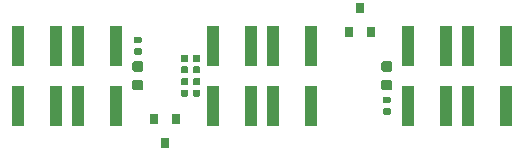
<source format=gbr>
G04 #@! TF.GenerationSoftware,KiCad,Pcbnew,(5.1.4)-1*
G04 #@! TF.CreationDate,2020-06-09T22:18:04-07:00*
G04 #@! TF.ProjectId,SkateLightBackLEDBoard,536b6174-654c-4696-9768-744261636b4c,rev?*
G04 #@! TF.SameCoordinates,Original*
G04 #@! TF.FileFunction,Paste,Top*
G04 #@! TF.FilePolarity,Positive*
%FSLAX46Y46*%
G04 Gerber Fmt 4.6, Leading zero omitted, Abs format (unit mm)*
G04 Created by KiCad (PCBNEW (5.1.4)-1) date 2020-06-09 22:18:04*
%MOMM*%
%LPD*%
G04 APERTURE LIST*
%ADD10C,0.100000*%
%ADD11C,0.590000*%
%ADD12C,0.875000*%
%ADD13R,0.800000X0.900000*%
%ADD14R,1.000000X3.450000*%
G04 APERTURE END LIST*
D10*
G36*
X10727958Y-2730710D02*
G01*
X10742276Y-2732834D01*
X10756317Y-2736351D01*
X10769946Y-2741228D01*
X10783031Y-2747417D01*
X10795447Y-2754858D01*
X10807073Y-2763481D01*
X10817798Y-2773202D01*
X10827519Y-2783927D01*
X10836142Y-2795553D01*
X10843583Y-2807969D01*
X10849772Y-2821054D01*
X10854649Y-2834683D01*
X10858166Y-2848724D01*
X10860290Y-2863042D01*
X10861000Y-2877500D01*
X10861000Y-3172500D01*
X10860290Y-3186958D01*
X10858166Y-3201276D01*
X10854649Y-3215317D01*
X10849772Y-3228946D01*
X10843583Y-3242031D01*
X10836142Y-3254447D01*
X10827519Y-3266073D01*
X10817798Y-3276798D01*
X10807073Y-3286519D01*
X10795447Y-3295142D01*
X10783031Y-3302583D01*
X10769946Y-3308772D01*
X10756317Y-3313649D01*
X10742276Y-3317166D01*
X10727958Y-3319290D01*
X10713500Y-3320000D01*
X10368500Y-3320000D01*
X10354042Y-3319290D01*
X10339724Y-3317166D01*
X10325683Y-3313649D01*
X10312054Y-3308772D01*
X10298969Y-3302583D01*
X10286553Y-3295142D01*
X10274927Y-3286519D01*
X10264202Y-3276798D01*
X10254481Y-3266073D01*
X10245858Y-3254447D01*
X10238417Y-3242031D01*
X10232228Y-3228946D01*
X10227351Y-3215317D01*
X10223834Y-3201276D01*
X10221710Y-3186958D01*
X10221000Y-3172500D01*
X10221000Y-2877500D01*
X10221710Y-2863042D01*
X10223834Y-2848724D01*
X10227351Y-2834683D01*
X10232228Y-2821054D01*
X10238417Y-2807969D01*
X10245858Y-2795553D01*
X10254481Y-2783927D01*
X10264202Y-2773202D01*
X10274927Y-2763481D01*
X10286553Y-2754858D01*
X10298969Y-2747417D01*
X10312054Y-2741228D01*
X10325683Y-2736351D01*
X10339724Y-2732834D01*
X10354042Y-2730710D01*
X10368500Y-2730000D01*
X10713500Y-2730000D01*
X10727958Y-2730710D01*
X10727958Y-2730710D01*
G37*
D11*
X10541000Y-3025000D03*
D10*
G36*
X10727958Y-1760710D02*
G01*
X10742276Y-1762834D01*
X10756317Y-1766351D01*
X10769946Y-1771228D01*
X10783031Y-1777417D01*
X10795447Y-1784858D01*
X10807073Y-1793481D01*
X10817798Y-1803202D01*
X10827519Y-1813927D01*
X10836142Y-1825553D01*
X10843583Y-1837969D01*
X10849772Y-1851054D01*
X10854649Y-1864683D01*
X10858166Y-1878724D01*
X10860290Y-1893042D01*
X10861000Y-1907500D01*
X10861000Y-2202500D01*
X10860290Y-2216958D01*
X10858166Y-2231276D01*
X10854649Y-2245317D01*
X10849772Y-2258946D01*
X10843583Y-2272031D01*
X10836142Y-2284447D01*
X10827519Y-2296073D01*
X10817798Y-2306798D01*
X10807073Y-2316519D01*
X10795447Y-2325142D01*
X10783031Y-2332583D01*
X10769946Y-2338772D01*
X10756317Y-2343649D01*
X10742276Y-2347166D01*
X10727958Y-2349290D01*
X10713500Y-2350000D01*
X10368500Y-2350000D01*
X10354042Y-2349290D01*
X10339724Y-2347166D01*
X10325683Y-2343649D01*
X10312054Y-2338772D01*
X10298969Y-2332583D01*
X10286553Y-2325142D01*
X10274927Y-2316519D01*
X10264202Y-2306798D01*
X10254481Y-2296073D01*
X10245858Y-2284447D01*
X10238417Y-2272031D01*
X10232228Y-2258946D01*
X10227351Y-2245317D01*
X10223834Y-2231276D01*
X10221710Y-2216958D01*
X10221000Y-2202500D01*
X10221000Y-1907500D01*
X10221710Y-1893042D01*
X10223834Y-1878724D01*
X10227351Y-1864683D01*
X10232228Y-1851054D01*
X10238417Y-1837969D01*
X10245858Y-1825553D01*
X10254481Y-1813927D01*
X10264202Y-1803202D01*
X10274927Y-1793481D01*
X10286553Y-1784858D01*
X10298969Y-1777417D01*
X10312054Y-1771228D01*
X10325683Y-1766351D01*
X10339724Y-1762834D01*
X10354042Y-1760710D01*
X10368500Y-1760000D01*
X10713500Y-1760000D01*
X10727958Y-1760710D01*
X10727958Y-1760710D01*
G37*
D11*
X10541000Y-2055000D03*
D10*
G36*
X10818691Y-351053D02*
G01*
X10839926Y-354203D01*
X10860750Y-359419D01*
X10880962Y-366651D01*
X10900368Y-375830D01*
X10918781Y-386866D01*
X10936024Y-399654D01*
X10951930Y-414070D01*
X10966346Y-429976D01*
X10979134Y-447219D01*
X10990170Y-465632D01*
X10999349Y-485038D01*
X11006581Y-505250D01*
X11011797Y-526074D01*
X11014947Y-547309D01*
X11016000Y-568750D01*
X11016000Y-1006250D01*
X11014947Y-1027691D01*
X11011797Y-1048926D01*
X11006581Y-1069750D01*
X10999349Y-1089962D01*
X10990170Y-1109368D01*
X10979134Y-1127781D01*
X10966346Y-1145024D01*
X10951930Y-1160930D01*
X10936024Y-1175346D01*
X10918781Y-1188134D01*
X10900368Y-1199170D01*
X10880962Y-1208349D01*
X10860750Y-1215581D01*
X10839926Y-1220797D01*
X10818691Y-1223947D01*
X10797250Y-1225000D01*
X10284750Y-1225000D01*
X10263309Y-1223947D01*
X10242074Y-1220797D01*
X10221250Y-1215581D01*
X10201038Y-1208349D01*
X10181632Y-1199170D01*
X10163219Y-1188134D01*
X10145976Y-1175346D01*
X10130070Y-1160930D01*
X10115654Y-1145024D01*
X10102866Y-1127781D01*
X10091830Y-1109368D01*
X10082651Y-1089962D01*
X10075419Y-1069750D01*
X10070203Y-1048926D01*
X10067053Y-1027691D01*
X10066000Y-1006250D01*
X10066000Y-568750D01*
X10067053Y-547309D01*
X10070203Y-526074D01*
X10075419Y-505250D01*
X10082651Y-485038D01*
X10091830Y-465632D01*
X10102866Y-447219D01*
X10115654Y-429976D01*
X10130070Y-414070D01*
X10145976Y-399654D01*
X10163219Y-386866D01*
X10181632Y-375830D01*
X10201038Y-366651D01*
X10221250Y-359419D01*
X10242074Y-354203D01*
X10263309Y-351053D01*
X10284750Y-350000D01*
X10797250Y-350000D01*
X10818691Y-351053D01*
X10818691Y-351053D01*
G37*
D12*
X10541000Y-787500D03*
D10*
G36*
X10818691Y1223947D02*
G01*
X10839926Y1220797D01*
X10860750Y1215581D01*
X10880962Y1208349D01*
X10900368Y1199170D01*
X10918781Y1188134D01*
X10936024Y1175346D01*
X10951930Y1160930D01*
X10966346Y1145024D01*
X10979134Y1127781D01*
X10990170Y1109368D01*
X10999349Y1089962D01*
X11006581Y1069750D01*
X11011797Y1048926D01*
X11014947Y1027691D01*
X11016000Y1006250D01*
X11016000Y568750D01*
X11014947Y547309D01*
X11011797Y526074D01*
X11006581Y505250D01*
X10999349Y485038D01*
X10990170Y465632D01*
X10979134Y447219D01*
X10966346Y429976D01*
X10951930Y414070D01*
X10936024Y399654D01*
X10918781Y386866D01*
X10900368Y375830D01*
X10880962Y366651D01*
X10860750Y359419D01*
X10839926Y354203D01*
X10818691Y351053D01*
X10797250Y350000D01*
X10284750Y350000D01*
X10263309Y351053D01*
X10242074Y354203D01*
X10221250Y359419D01*
X10201038Y366651D01*
X10181632Y375830D01*
X10163219Y386866D01*
X10145976Y399654D01*
X10130070Y414070D01*
X10115654Y429976D01*
X10102866Y447219D01*
X10091830Y465632D01*
X10082651Y485038D01*
X10075419Y505250D01*
X10070203Y526074D01*
X10067053Y547309D01*
X10066000Y568750D01*
X10066000Y1006250D01*
X10067053Y1027691D01*
X10070203Y1048926D01*
X10075419Y1069750D01*
X10082651Y1089962D01*
X10091830Y1109368D01*
X10102866Y1127781D01*
X10115654Y1145024D01*
X10130070Y1160930D01*
X10145976Y1175346D01*
X10163219Y1188134D01*
X10181632Y1199170D01*
X10201038Y1208349D01*
X10221250Y1215581D01*
X10242074Y1220797D01*
X10263309Y1223947D01*
X10284750Y1225000D01*
X10797250Y1225000D01*
X10818691Y1223947D01*
X10818691Y1223947D01*
G37*
D12*
X10541000Y787500D03*
D13*
X8255000Y5699000D03*
X9205000Y3699000D03*
X7305000Y3699000D03*
X-8255000Y-5699000D03*
X-9205000Y-3699000D03*
X-7305000Y-3699000D03*
D10*
G36*
X-5373702Y792850D02*
G01*
X-5359384Y790726D01*
X-5345343Y787209D01*
X-5331714Y782332D01*
X-5318629Y776143D01*
X-5306213Y768702D01*
X-5294587Y760079D01*
X-5283862Y750358D01*
X-5274141Y739633D01*
X-5265518Y728007D01*
X-5258077Y715591D01*
X-5251888Y702506D01*
X-5247011Y688877D01*
X-5243494Y674836D01*
X-5241370Y660518D01*
X-5240660Y646060D01*
X-5240660Y351060D01*
X-5241370Y336602D01*
X-5243494Y322284D01*
X-5247011Y308243D01*
X-5251888Y294614D01*
X-5258077Y281529D01*
X-5265518Y269113D01*
X-5274141Y257487D01*
X-5283862Y246762D01*
X-5294587Y237041D01*
X-5306213Y228418D01*
X-5318629Y220977D01*
X-5331714Y214788D01*
X-5345343Y209911D01*
X-5359384Y206394D01*
X-5373702Y204270D01*
X-5388160Y203560D01*
X-5733160Y203560D01*
X-5747618Y204270D01*
X-5761936Y206394D01*
X-5775977Y209911D01*
X-5789606Y214788D01*
X-5802691Y220977D01*
X-5815107Y228418D01*
X-5826733Y237041D01*
X-5837458Y246762D01*
X-5847179Y257487D01*
X-5855802Y269113D01*
X-5863243Y281529D01*
X-5869432Y294614D01*
X-5874309Y308243D01*
X-5877826Y322284D01*
X-5879950Y336602D01*
X-5880660Y351060D01*
X-5880660Y646060D01*
X-5879950Y660518D01*
X-5877826Y674836D01*
X-5874309Y688877D01*
X-5869432Y702506D01*
X-5863243Y715591D01*
X-5855802Y728007D01*
X-5847179Y739633D01*
X-5837458Y750358D01*
X-5826733Y760079D01*
X-5815107Y768702D01*
X-5802691Y776143D01*
X-5789606Y782332D01*
X-5775977Y787209D01*
X-5761936Y790726D01*
X-5747618Y792850D01*
X-5733160Y793560D01*
X-5388160Y793560D01*
X-5373702Y792850D01*
X-5373702Y792850D01*
G37*
D11*
X-5560660Y498560D03*
D10*
G36*
X-5373702Y1762850D02*
G01*
X-5359384Y1760726D01*
X-5345343Y1757209D01*
X-5331714Y1752332D01*
X-5318629Y1746143D01*
X-5306213Y1738702D01*
X-5294587Y1730079D01*
X-5283862Y1720358D01*
X-5274141Y1709633D01*
X-5265518Y1698007D01*
X-5258077Y1685591D01*
X-5251888Y1672506D01*
X-5247011Y1658877D01*
X-5243494Y1644836D01*
X-5241370Y1630518D01*
X-5240660Y1616060D01*
X-5240660Y1321060D01*
X-5241370Y1306602D01*
X-5243494Y1292284D01*
X-5247011Y1278243D01*
X-5251888Y1264614D01*
X-5258077Y1251529D01*
X-5265518Y1239113D01*
X-5274141Y1227487D01*
X-5283862Y1216762D01*
X-5294587Y1207041D01*
X-5306213Y1198418D01*
X-5318629Y1190977D01*
X-5331714Y1184788D01*
X-5345343Y1179911D01*
X-5359384Y1176394D01*
X-5373702Y1174270D01*
X-5388160Y1173560D01*
X-5733160Y1173560D01*
X-5747618Y1174270D01*
X-5761936Y1176394D01*
X-5775977Y1179911D01*
X-5789606Y1184788D01*
X-5802691Y1190977D01*
X-5815107Y1198418D01*
X-5826733Y1207041D01*
X-5837458Y1216762D01*
X-5847179Y1227487D01*
X-5855802Y1239113D01*
X-5863243Y1251529D01*
X-5869432Y1264614D01*
X-5874309Y1278243D01*
X-5877826Y1292284D01*
X-5879950Y1306602D01*
X-5880660Y1321060D01*
X-5880660Y1616060D01*
X-5879950Y1630518D01*
X-5877826Y1644836D01*
X-5874309Y1658877D01*
X-5869432Y1672506D01*
X-5863243Y1685591D01*
X-5855802Y1698007D01*
X-5847179Y1709633D01*
X-5837458Y1720358D01*
X-5826733Y1730079D01*
X-5815107Y1738702D01*
X-5802691Y1746143D01*
X-5789606Y1752332D01*
X-5775977Y1757209D01*
X-5761936Y1760726D01*
X-5747618Y1762850D01*
X-5733160Y1763560D01*
X-5388160Y1763560D01*
X-5373702Y1762850D01*
X-5373702Y1762850D01*
G37*
D11*
X-5560660Y1468560D03*
D10*
G36*
X-6389702Y1762850D02*
G01*
X-6375384Y1760726D01*
X-6361343Y1757209D01*
X-6347714Y1752332D01*
X-6334629Y1746143D01*
X-6322213Y1738702D01*
X-6310587Y1730079D01*
X-6299862Y1720358D01*
X-6290141Y1709633D01*
X-6281518Y1698007D01*
X-6274077Y1685591D01*
X-6267888Y1672506D01*
X-6263011Y1658877D01*
X-6259494Y1644836D01*
X-6257370Y1630518D01*
X-6256660Y1616060D01*
X-6256660Y1321060D01*
X-6257370Y1306602D01*
X-6259494Y1292284D01*
X-6263011Y1278243D01*
X-6267888Y1264614D01*
X-6274077Y1251529D01*
X-6281518Y1239113D01*
X-6290141Y1227487D01*
X-6299862Y1216762D01*
X-6310587Y1207041D01*
X-6322213Y1198418D01*
X-6334629Y1190977D01*
X-6347714Y1184788D01*
X-6361343Y1179911D01*
X-6375384Y1176394D01*
X-6389702Y1174270D01*
X-6404160Y1173560D01*
X-6749160Y1173560D01*
X-6763618Y1174270D01*
X-6777936Y1176394D01*
X-6791977Y1179911D01*
X-6805606Y1184788D01*
X-6818691Y1190977D01*
X-6831107Y1198418D01*
X-6842733Y1207041D01*
X-6853458Y1216762D01*
X-6863179Y1227487D01*
X-6871802Y1239113D01*
X-6879243Y1251529D01*
X-6885432Y1264614D01*
X-6890309Y1278243D01*
X-6893826Y1292284D01*
X-6895950Y1306602D01*
X-6896660Y1321060D01*
X-6896660Y1616060D01*
X-6895950Y1630518D01*
X-6893826Y1644836D01*
X-6890309Y1658877D01*
X-6885432Y1672506D01*
X-6879243Y1685591D01*
X-6871802Y1698007D01*
X-6863179Y1709633D01*
X-6853458Y1720358D01*
X-6842733Y1730079D01*
X-6831107Y1738702D01*
X-6818691Y1746143D01*
X-6805606Y1752332D01*
X-6791977Y1757209D01*
X-6777936Y1760726D01*
X-6763618Y1762850D01*
X-6749160Y1763560D01*
X-6404160Y1763560D01*
X-6389702Y1762850D01*
X-6389702Y1762850D01*
G37*
D11*
X-6576660Y1468560D03*
D10*
G36*
X-6389702Y792850D02*
G01*
X-6375384Y790726D01*
X-6361343Y787209D01*
X-6347714Y782332D01*
X-6334629Y776143D01*
X-6322213Y768702D01*
X-6310587Y760079D01*
X-6299862Y750358D01*
X-6290141Y739633D01*
X-6281518Y728007D01*
X-6274077Y715591D01*
X-6267888Y702506D01*
X-6263011Y688877D01*
X-6259494Y674836D01*
X-6257370Y660518D01*
X-6256660Y646060D01*
X-6256660Y351060D01*
X-6257370Y336602D01*
X-6259494Y322284D01*
X-6263011Y308243D01*
X-6267888Y294614D01*
X-6274077Y281529D01*
X-6281518Y269113D01*
X-6290141Y257487D01*
X-6299862Y246762D01*
X-6310587Y237041D01*
X-6322213Y228418D01*
X-6334629Y220977D01*
X-6347714Y214788D01*
X-6361343Y209911D01*
X-6375384Y206394D01*
X-6389702Y204270D01*
X-6404160Y203560D01*
X-6749160Y203560D01*
X-6763618Y204270D01*
X-6777936Y206394D01*
X-6791977Y209911D01*
X-6805606Y214788D01*
X-6818691Y220977D01*
X-6831107Y228418D01*
X-6842733Y237041D01*
X-6853458Y246762D01*
X-6863179Y257487D01*
X-6871802Y269113D01*
X-6879243Y281529D01*
X-6885432Y294614D01*
X-6890309Y308243D01*
X-6893826Y322284D01*
X-6895950Y336602D01*
X-6896660Y351060D01*
X-6896660Y646060D01*
X-6895950Y660518D01*
X-6893826Y674836D01*
X-6890309Y688877D01*
X-6885432Y702506D01*
X-6879243Y715591D01*
X-6871802Y728007D01*
X-6863179Y739633D01*
X-6853458Y750358D01*
X-6842733Y760079D01*
X-6831107Y768702D01*
X-6818691Y776143D01*
X-6805606Y782332D01*
X-6791977Y787209D01*
X-6777936Y790726D01*
X-6763618Y792850D01*
X-6749160Y793560D01*
X-6404160Y793560D01*
X-6389702Y792850D01*
X-6389702Y792850D01*
G37*
D11*
X-6576660Y498560D03*
D10*
G36*
X-10263309Y-351053D02*
G01*
X-10242074Y-354203D01*
X-10221250Y-359419D01*
X-10201038Y-366651D01*
X-10181632Y-375830D01*
X-10163219Y-386866D01*
X-10145976Y-399654D01*
X-10130070Y-414070D01*
X-10115654Y-429976D01*
X-10102866Y-447219D01*
X-10091830Y-465632D01*
X-10082651Y-485038D01*
X-10075419Y-505250D01*
X-10070203Y-526074D01*
X-10067053Y-547309D01*
X-10066000Y-568750D01*
X-10066000Y-1006250D01*
X-10067053Y-1027691D01*
X-10070203Y-1048926D01*
X-10075419Y-1069750D01*
X-10082651Y-1089962D01*
X-10091830Y-1109368D01*
X-10102866Y-1127781D01*
X-10115654Y-1145024D01*
X-10130070Y-1160930D01*
X-10145976Y-1175346D01*
X-10163219Y-1188134D01*
X-10181632Y-1199170D01*
X-10201038Y-1208349D01*
X-10221250Y-1215581D01*
X-10242074Y-1220797D01*
X-10263309Y-1223947D01*
X-10284750Y-1225000D01*
X-10797250Y-1225000D01*
X-10818691Y-1223947D01*
X-10839926Y-1220797D01*
X-10860750Y-1215581D01*
X-10880962Y-1208349D01*
X-10900368Y-1199170D01*
X-10918781Y-1188134D01*
X-10936024Y-1175346D01*
X-10951930Y-1160930D01*
X-10966346Y-1145024D01*
X-10979134Y-1127781D01*
X-10990170Y-1109368D01*
X-10999349Y-1089962D01*
X-11006581Y-1069750D01*
X-11011797Y-1048926D01*
X-11014947Y-1027691D01*
X-11016000Y-1006250D01*
X-11016000Y-568750D01*
X-11014947Y-547309D01*
X-11011797Y-526074D01*
X-11006581Y-505250D01*
X-10999349Y-485038D01*
X-10990170Y-465632D01*
X-10979134Y-447219D01*
X-10966346Y-429976D01*
X-10951930Y-414070D01*
X-10936024Y-399654D01*
X-10918781Y-386866D01*
X-10900368Y-375830D01*
X-10880962Y-366651D01*
X-10860750Y-359419D01*
X-10839926Y-354203D01*
X-10818691Y-351053D01*
X-10797250Y-350000D01*
X-10284750Y-350000D01*
X-10263309Y-351053D01*
X-10263309Y-351053D01*
G37*
D12*
X-10541000Y-787500D03*
D10*
G36*
X-10263309Y1223947D02*
G01*
X-10242074Y1220797D01*
X-10221250Y1215581D01*
X-10201038Y1208349D01*
X-10181632Y1199170D01*
X-10163219Y1188134D01*
X-10145976Y1175346D01*
X-10130070Y1160930D01*
X-10115654Y1145024D01*
X-10102866Y1127781D01*
X-10091830Y1109368D01*
X-10082651Y1089962D01*
X-10075419Y1069750D01*
X-10070203Y1048926D01*
X-10067053Y1027691D01*
X-10066000Y1006250D01*
X-10066000Y568750D01*
X-10067053Y547309D01*
X-10070203Y526074D01*
X-10075419Y505250D01*
X-10082651Y485038D01*
X-10091830Y465632D01*
X-10102866Y447219D01*
X-10115654Y429976D01*
X-10130070Y414070D01*
X-10145976Y399654D01*
X-10163219Y386866D01*
X-10181632Y375830D01*
X-10201038Y366651D01*
X-10221250Y359419D01*
X-10242074Y354203D01*
X-10263309Y351053D01*
X-10284750Y350000D01*
X-10797250Y350000D01*
X-10818691Y351053D01*
X-10839926Y354203D01*
X-10860750Y359419D01*
X-10880962Y366651D01*
X-10900368Y375830D01*
X-10918781Y386866D01*
X-10936024Y399654D01*
X-10951930Y414070D01*
X-10966346Y429976D01*
X-10979134Y447219D01*
X-10990170Y465632D01*
X-10999349Y485038D01*
X-11006581Y505250D01*
X-11011797Y526074D01*
X-11014947Y547309D01*
X-11016000Y568750D01*
X-11016000Y1006250D01*
X-11014947Y1027691D01*
X-11011797Y1048926D01*
X-11006581Y1069750D01*
X-10999349Y1089962D01*
X-10990170Y1109368D01*
X-10979134Y1127781D01*
X-10966346Y1145024D01*
X-10951930Y1160930D01*
X-10936024Y1175346D01*
X-10918781Y1188134D01*
X-10900368Y1199170D01*
X-10880962Y1208349D01*
X-10860750Y1215581D01*
X-10839926Y1220797D01*
X-10818691Y1223947D01*
X-10797250Y1225000D01*
X-10284750Y1225000D01*
X-10263309Y1223947D01*
X-10263309Y1223947D01*
G37*
D12*
X-10541000Y787500D03*
D10*
G36*
X-10354042Y2349290D02*
G01*
X-10339724Y2347166D01*
X-10325683Y2343649D01*
X-10312054Y2338772D01*
X-10298969Y2332583D01*
X-10286553Y2325142D01*
X-10274927Y2316519D01*
X-10264202Y2306798D01*
X-10254481Y2296073D01*
X-10245858Y2284447D01*
X-10238417Y2272031D01*
X-10232228Y2258946D01*
X-10227351Y2245317D01*
X-10223834Y2231276D01*
X-10221710Y2216958D01*
X-10221000Y2202500D01*
X-10221000Y1907500D01*
X-10221710Y1893042D01*
X-10223834Y1878724D01*
X-10227351Y1864683D01*
X-10232228Y1851054D01*
X-10238417Y1837969D01*
X-10245858Y1825553D01*
X-10254481Y1813927D01*
X-10264202Y1803202D01*
X-10274927Y1793481D01*
X-10286553Y1784858D01*
X-10298969Y1777417D01*
X-10312054Y1771228D01*
X-10325683Y1766351D01*
X-10339724Y1762834D01*
X-10354042Y1760710D01*
X-10368500Y1760000D01*
X-10713500Y1760000D01*
X-10727958Y1760710D01*
X-10742276Y1762834D01*
X-10756317Y1766351D01*
X-10769946Y1771228D01*
X-10783031Y1777417D01*
X-10795447Y1784858D01*
X-10807073Y1793481D01*
X-10817798Y1803202D01*
X-10827519Y1813927D01*
X-10836142Y1825553D01*
X-10843583Y1837969D01*
X-10849772Y1851054D01*
X-10854649Y1864683D01*
X-10858166Y1878724D01*
X-10860290Y1893042D01*
X-10861000Y1907500D01*
X-10861000Y2202500D01*
X-10860290Y2216958D01*
X-10858166Y2231276D01*
X-10854649Y2245317D01*
X-10849772Y2258946D01*
X-10843583Y2272031D01*
X-10836142Y2284447D01*
X-10827519Y2296073D01*
X-10817798Y2306798D01*
X-10807073Y2316519D01*
X-10795447Y2325142D01*
X-10783031Y2332583D01*
X-10769946Y2338772D01*
X-10756317Y2343649D01*
X-10742276Y2347166D01*
X-10727958Y2349290D01*
X-10713500Y2350000D01*
X-10368500Y2350000D01*
X-10354042Y2349290D01*
X-10354042Y2349290D01*
G37*
D11*
X-10541000Y2055000D03*
D10*
G36*
X-10354042Y3319290D02*
G01*
X-10339724Y3317166D01*
X-10325683Y3313649D01*
X-10312054Y3308772D01*
X-10298969Y3302583D01*
X-10286553Y3295142D01*
X-10274927Y3286519D01*
X-10264202Y3276798D01*
X-10254481Y3266073D01*
X-10245858Y3254447D01*
X-10238417Y3242031D01*
X-10232228Y3228946D01*
X-10227351Y3215317D01*
X-10223834Y3201276D01*
X-10221710Y3186958D01*
X-10221000Y3172500D01*
X-10221000Y2877500D01*
X-10221710Y2863042D01*
X-10223834Y2848724D01*
X-10227351Y2834683D01*
X-10232228Y2821054D01*
X-10238417Y2807969D01*
X-10245858Y2795553D01*
X-10254481Y2783927D01*
X-10264202Y2773202D01*
X-10274927Y2763481D01*
X-10286553Y2754858D01*
X-10298969Y2747417D01*
X-10312054Y2741228D01*
X-10325683Y2736351D01*
X-10339724Y2732834D01*
X-10354042Y2730710D01*
X-10368500Y2730000D01*
X-10713500Y2730000D01*
X-10727958Y2730710D01*
X-10742276Y2732834D01*
X-10756317Y2736351D01*
X-10769946Y2741228D01*
X-10783031Y2747417D01*
X-10795447Y2754858D01*
X-10807073Y2763481D01*
X-10817798Y2773202D01*
X-10827519Y2783927D01*
X-10836142Y2795553D01*
X-10843583Y2807969D01*
X-10849772Y2821054D01*
X-10854649Y2834683D01*
X-10858166Y2848724D01*
X-10860290Y2863042D01*
X-10861000Y2877500D01*
X-10861000Y3172500D01*
X-10860290Y3186958D01*
X-10858166Y3201276D01*
X-10854649Y3215317D01*
X-10849772Y3228946D01*
X-10843583Y3242031D01*
X-10836142Y3254447D01*
X-10827519Y3266073D01*
X-10817798Y3276798D01*
X-10807073Y3286519D01*
X-10795447Y3295142D01*
X-10783031Y3302583D01*
X-10769946Y3308772D01*
X-10756317Y3313649D01*
X-10742276Y3317166D01*
X-10727958Y3319290D01*
X-10713500Y3320000D01*
X-10368500Y3320000D01*
X-10354042Y3319290D01*
X-10354042Y3319290D01*
G37*
D11*
X-10541000Y3025000D03*
D10*
G36*
X-5373702Y-1175650D02*
G01*
X-5359384Y-1177774D01*
X-5345343Y-1181291D01*
X-5331714Y-1186168D01*
X-5318629Y-1192357D01*
X-5306213Y-1199798D01*
X-5294587Y-1208421D01*
X-5283862Y-1218142D01*
X-5274141Y-1228867D01*
X-5265518Y-1240493D01*
X-5258077Y-1252909D01*
X-5251888Y-1265994D01*
X-5247011Y-1279623D01*
X-5243494Y-1293664D01*
X-5241370Y-1307982D01*
X-5240660Y-1322440D01*
X-5240660Y-1617440D01*
X-5241370Y-1631898D01*
X-5243494Y-1646216D01*
X-5247011Y-1660257D01*
X-5251888Y-1673886D01*
X-5258077Y-1686971D01*
X-5265518Y-1699387D01*
X-5274141Y-1711013D01*
X-5283862Y-1721738D01*
X-5294587Y-1731459D01*
X-5306213Y-1740082D01*
X-5318629Y-1747523D01*
X-5331714Y-1753712D01*
X-5345343Y-1758589D01*
X-5359384Y-1762106D01*
X-5373702Y-1764230D01*
X-5388160Y-1764940D01*
X-5733160Y-1764940D01*
X-5747618Y-1764230D01*
X-5761936Y-1762106D01*
X-5775977Y-1758589D01*
X-5789606Y-1753712D01*
X-5802691Y-1747523D01*
X-5815107Y-1740082D01*
X-5826733Y-1731459D01*
X-5837458Y-1721738D01*
X-5847179Y-1711013D01*
X-5855802Y-1699387D01*
X-5863243Y-1686971D01*
X-5869432Y-1673886D01*
X-5874309Y-1660257D01*
X-5877826Y-1646216D01*
X-5879950Y-1631898D01*
X-5880660Y-1617440D01*
X-5880660Y-1322440D01*
X-5879950Y-1307982D01*
X-5877826Y-1293664D01*
X-5874309Y-1279623D01*
X-5869432Y-1265994D01*
X-5863243Y-1252909D01*
X-5855802Y-1240493D01*
X-5847179Y-1228867D01*
X-5837458Y-1218142D01*
X-5826733Y-1208421D01*
X-5815107Y-1199798D01*
X-5802691Y-1192357D01*
X-5789606Y-1186168D01*
X-5775977Y-1181291D01*
X-5761936Y-1177774D01*
X-5747618Y-1175650D01*
X-5733160Y-1174940D01*
X-5388160Y-1174940D01*
X-5373702Y-1175650D01*
X-5373702Y-1175650D01*
G37*
D11*
X-5560660Y-1469940D03*
D10*
G36*
X-5373702Y-205650D02*
G01*
X-5359384Y-207774D01*
X-5345343Y-211291D01*
X-5331714Y-216168D01*
X-5318629Y-222357D01*
X-5306213Y-229798D01*
X-5294587Y-238421D01*
X-5283862Y-248142D01*
X-5274141Y-258867D01*
X-5265518Y-270493D01*
X-5258077Y-282909D01*
X-5251888Y-295994D01*
X-5247011Y-309623D01*
X-5243494Y-323664D01*
X-5241370Y-337982D01*
X-5240660Y-352440D01*
X-5240660Y-647440D01*
X-5241370Y-661898D01*
X-5243494Y-676216D01*
X-5247011Y-690257D01*
X-5251888Y-703886D01*
X-5258077Y-716971D01*
X-5265518Y-729387D01*
X-5274141Y-741013D01*
X-5283862Y-751738D01*
X-5294587Y-761459D01*
X-5306213Y-770082D01*
X-5318629Y-777523D01*
X-5331714Y-783712D01*
X-5345343Y-788589D01*
X-5359384Y-792106D01*
X-5373702Y-794230D01*
X-5388160Y-794940D01*
X-5733160Y-794940D01*
X-5747618Y-794230D01*
X-5761936Y-792106D01*
X-5775977Y-788589D01*
X-5789606Y-783712D01*
X-5802691Y-777523D01*
X-5815107Y-770082D01*
X-5826733Y-761459D01*
X-5837458Y-751738D01*
X-5847179Y-741013D01*
X-5855802Y-729387D01*
X-5863243Y-716971D01*
X-5869432Y-703886D01*
X-5874309Y-690257D01*
X-5877826Y-676216D01*
X-5879950Y-661898D01*
X-5880660Y-647440D01*
X-5880660Y-352440D01*
X-5879950Y-337982D01*
X-5877826Y-323664D01*
X-5874309Y-309623D01*
X-5869432Y-295994D01*
X-5863243Y-282909D01*
X-5855802Y-270493D01*
X-5847179Y-258867D01*
X-5837458Y-248142D01*
X-5826733Y-238421D01*
X-5815107Y-229798D01*
X-5802691Y-222357D01*
X-5789606Y-216168D01*
X-5775977Y-211291D01*
X-5761936Y-207774D01*
X-5747618Y-205650D01*
X-5733160Y-204940D01*
X-5388160Y-204940D01*
X-5373702Y-205650D01*
X-5373702Y-205650D01*
G37*
D11*
X-5560660Y-499940D03*
D10*
G36*
X-6389702Y-205650D02*
G01*
X-6375384Y-207774D01*
X-6361343Y-211291D01*
X-6347714Y-216168D01*
X-6334629Y-222357D01*
X-6322213Y-229798D01*
X-6310587Y-238421D01*
X-6299862Y-248142D01*
X-6290141Y-258867D01*
X-6281518Y-270493D01*
X-6274077Y-282909D01*
X-6267888Y-295994D01*
X-6263011Y-309623D01*
X-6259494Y-323664D01*
X-6257370Y-337982D01*
X-6256660Y-352440D01*
X-6256660Y-647440D01*
X-6257370Y-661898D01*
X-6259494Y-676216D01*
X-6263011Y-690257D01*
X-6267888Y-703886D01*
X-6274077Y-716971D01*
X-6281518Y-729387D01*
X-6290141Y-741013D01*
X-6299862Y-751738D01*
X-6310587Y-761459D01*
X-6322213Y-770082D01*
X-6334629Y-777523D01*
X-6347714Y-783712D01*
X-6361343Y-788589D01*
X-6375384Y-792106D01*
X-6389702Y-794230D01*
X-6404160Y-794940D01*
X-6749160Y-794940D01*
X-6763618Y-794230D01*
X-6777936Y-792106D01*
X-6791977Y-788589D01*
X-6805606Y-783712D01*
X-6818691Y-777523D01*
X-6831107Y-770082D01*
X-6842733Y-761459D01*
X-6853458Y-751738D01*
X-6863179Y-741013D01*
X-6871802Y-729387D01*
X-6879243Y-716971D01*
X-6885432Y-703886D01*
X-6890309Y-690257D01*
X-6893826Y-676216D01*
X-6895950Y-661898D01*
X-6896660Y-647440D01*
X-6896660Y-352440D01*
X-6895950Y-337982D01*
X-6893826Y-323664D01*
X-6890309Y-309623D01*
X-6885432Y-295994D01*
X-6879243Y-282909D01*
X-6871802Y-270493D01*
X-6863179Y-258867D01*
X-6853458Y-248142D01*
X-6842733Y-238421D01*
X-6831107Y-229798D01*
X-6818691Y-222357D01*
X-6805606Y-216168D01*
X-6791977Y-211291D01*
X-6777936Y-207774D01*
X-6763618Y-205650D01*
X-6749160Y-204940D01*
X-6404160Y-204940D01*
X-6389702Y-205650D01*
X-6389702Y-205650D01*
G37*
D11*
X-6576660Y-499940D03*
D10*
G36*
X-6389702Y-1175650D02*
G01*
X-6375384Y-1177774D01*
X-6361343Y-1181291D01*
X-6347714Y-1186168D01*
X-6334629Y-1192357D01*
X-6322213Y-1199798D01*
X-6310587Y-1208421D01*
X-6299862Y-1218142D01*
X-6290141Y-1228867D01*
X-6281518Y-1240493D01*
X-6274077Y-1252909D01*
X-6267888Y-1265994D01*
X-6263011Y-1279623D01*
X-6259494Y-1293664D01*
X-6257370Y-1307982D01*
X-6256660Y-1322440D01*
X-6256660Y-1617440D01*
X-6257370Y-1631898D01*
X-6259494Y-1646216D01*
X-6263011Y-1660257D01*
X-6267888Y-1673886D01*
X-6274077Y-1686971D01*
X-6281518Y-1699387D01*
X-6290141Y-1711013D01*
X-6299862Y-1721738D01*
X-6310587Y-1731459D01*
X-6322213Y-1740082D01*
X-6334629Y-1747523D01*
X-6347714Y-1753712D01*
X-6361343Y-1758589D01*
X-6375384Y-1762106D01*
X-6389702Y-1764230D01*
X-6404160Y-1764940D01*
X-6749160Y-1764940D01*
X-6763618Y-1764230D01*
X-6777936Y-1762106D01*
X-6791977Y-1758589D01*
X-6805606Y-1753712D01*
X-6818691Y-1747523D01*
X-6831107Y-1740082D01*
X-6842733Y-1731459D01*
X-6853458Y-1721738D01*
X-6863179Y-1711013D01*
X-6871802Y-1699387D01*
X-6879243Y-1686971D01*
X-6885432Y-1673886D01*
X-6890309Y-1660257D01*
X-6893826Y-1646216D01*
X-6895950Y-1631898D01*
X-6896660Y-1617440D01*
X-6896660Y-1322440D01*
X-6895950Y-1307982D01*
X-6893826Y-1293664D01*
X-6890309Y-1279623D01*
X-6885432Y-1265994D01*
X-6879243Y-1252909D01*
X-6871802Y-1240493D01*
X-6863179Y-1228867D01*
X-6853458Y-1218142D01*
X-6842733Y-1208421D01*
X-6831107Y-1199798D01*
X-6818691Y-1192357D01*
X-6805606Y-1186168D01*
X-6791977Y-1181291D01*
X-6777936Y-1177774D01*
X-6763618Y-1175650D01*
X-6749160Y-1174940D01*
X-6404160Y-1174940D01*
X-6389702Y-1175650D01*
X-6389702Y-1175650D01*
G37*
D11*
X-6576660Y-1469940D03*
D14*
X-15570000Y-2540000D03*
X-12370000Y-2540000D03*
X-17450000Y-2540000D03*
X-20650000Y-2540000D03*
X-20650000Y2540000D03*
X-17450000Y2540000D03*
X-15570000Y2540000D03*
X-12370000Y2540000D03*
X-940000Y2540000D03*
X-4140000Y2540000D03*
X4140000Y2540000D03*
X940000Y2540000D03*
X-940000Y-2540000D03*
X-4140000Y-2540000D03*
X940000Y-2540000D03*
X4140000Y-2540000D03*
X12370000Y-2540000D03*
X15570000Y-2540000D03*
X20650000Y-2540000D03*
X17450000Y-2540000D03*
X20650000Y2540000D03*
X17450000Y2540000D03*
X12370000Y2540000D03*
X15570000Y2540000D03*
M02*

</source>
